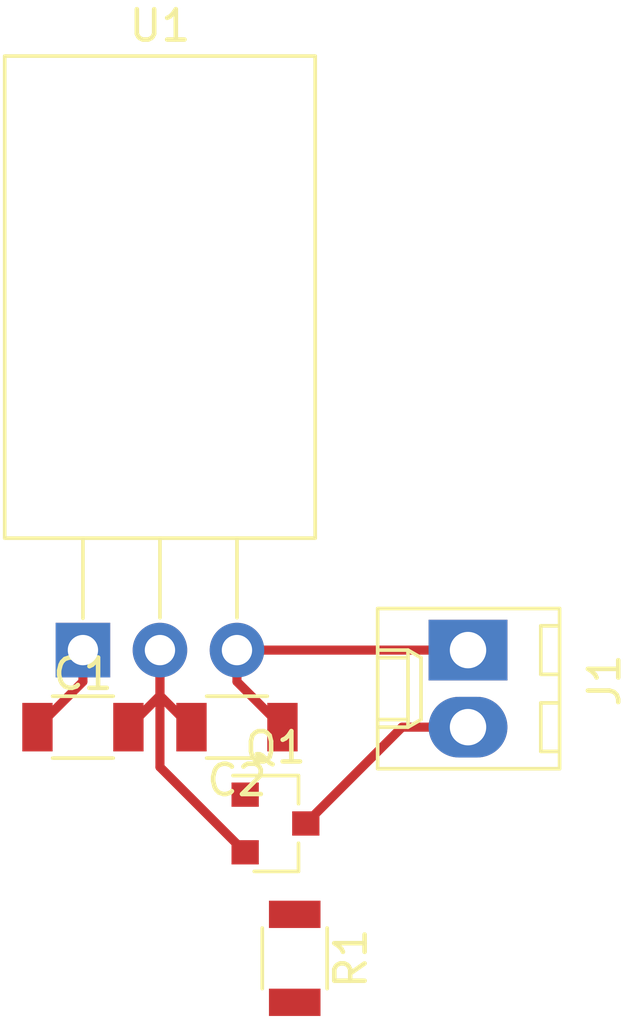
<source format=kicad_pcb>
(kicad_pcb (version 4) (host pcbnew 4.0.7)

  (general
    (links 8)
    (no_connects 1)
    (area 131.584999 65.975 152.995 100.265001)
    (thickness 1.6)
    (drawings 0)
    (tracks 12)
    (zones 0)
    (modules 6)
    (nets 7)
  )

  (page A4)
  (layers
    (0 F.Cu signal)
    (31 B.Cu signal)
    (32 B.Adhes user)
    (33 F.Adhes user)
    (34 B.Paste user)
    (35 F.Paste user)
    (36 B.SilkS user)
    (37 F.SilkS user)
    (38 B.Mask user)
    (39 F.Mask user)
    (40 Dwgs.User user)
    (41 Cmts.User user)
    (42 Eco1.User user)
    (43 Eco2.User user)
    (44 Edge.Cuts user)
    (45 Margin user)
    (46 B.CrtYd user)
    (47 F.CrtYd user)
    (48 B.Fab user)
    (49 F.Fab user)
  )

  (setup
    (last_trace_width 0.3)
    (user_trace_width 1)
    (user_trace_width 3)
    (trace_clearance 0.3)
    (zone_clearance 0.508)
    (zone_45_only no)
    (trace_min 0.3)
    (segment_width 0.2)
    (edge_width 0.15)
    (via_size 1.6)
    (via_drill 0.8)
    (via_min_size 1.6)
    (via_min_drill 0.8)
    (uvia_size 0.3)
    (uvia_drill 0.1)
    (uvias_allowed no)
    (uvia_min_size 0.2)
    (uvia_min_drill 0.1)
    (pcb_text_width 0.3)
    (pcb_text_size 1.5 1.5)
    (mod_edge_width 0.15)
    (mod_text_size 1 1)
    (mod_text_width 0.15)
    (pad_size 1.524 1.524)
    (pad_drill 0.762)
    (pad_to_mask_clearance 0.2)
    (aux_axis_origin 0 0)
    (visible_elements FFFFFF7F)
    (pcbplotparams
      (layerselection 0x00030_80000001)
      (usegerberextensions false)
      (excludeedgelayer true)
      (linewidth 0.100000)
      (plotframeref false)
      (viasonmask false)
      (mode 1)
      (useauxorigin false)
      (hpglpennumber 1)
      (hpglpenspeed 20)
      (hpglpendiameter 15)
      (hpglpenoverlay 2)
      (psnegative false)
      (psa4output false)
      (plotreference true)
      (plotvalue true)
      (plotinvisibletext false)
      (padsonsilk false)
      (subtractmaskfromsilk false)
      (outputformat 1)
      (mirror false)
      (drillshape 1)
      (scaleselection 1)
      (outputdirectory ""))
  )

  (net 0 "")
  (net 1 +24V)
  (net 2 GND)
  (net 3 Fan+)
  (net 4 Fan-)
  (net 5 "Net-(Q1-Pad1)")
  (net 6 Controller)

  (net_class Default "This is the default net class."
    (clearance 0.3)
    (trace_width 0.3)
    (via_dia 1.6)
    (via_drill 0.8)
    (uvia_dia 0.3)
    (uvia_drill 0.1)
    (add_net +24V)
    (add_net Controller)
    (add_net GND)
    (add_net "Net-(Q1-Pad1)")
  )

  (net_class Fan ""
    (clearance 0.3)
    (trace_width 0.3)
    (via_dia 1.6)
    (via_drill 0.8)
    (uvia_dia 0.3)
    (uvia_drill 0.1)
    (add_net Fan+)
    (add_net Fan-)
  )

  (module Capacitors_SMD:C_1206 (layer F.Cu) (tedit 58AA84B8) (tstamp 5ACE0AB9)
    (at 134.62 90.17)
    (descr "Capacitor SMD 1206, reflow soldering, AVX (see smccp.pdf)")
    (tags "capacitor 1206")
    (path /5ACDEC5B)
    (attr smd)
    (fp_text reference C1 (at 0 -1.75) (layer F.SilkS)
      (effects (font (size 1 1) (thickness 0.15)))
    )
    (fp_text value 330n (at 0 2) (layer F.Fab)
      (effects (font (size 1 1) (thickness 0.15)))
    )
    (fp_text user %R (at 0 -1.75) (layer F.Fab)
      (effects (font (size 1 1) (thickness 0.15)))
    )
    (fp_line (start -1.6 0.8) (end -1.6 -0.8) (layer F.Fab) (width 0.1))
    (fp_line (start 1.6 0.8) (end -1.6 0.8) (layer F.Fab) (width 0.1))
    (fp_line (start 1.6 -0.8) (end 1.6 0.8) (layer F.Fab) (width 0.1))
    (fp_line (start -1.6 -0.8) (end 1.6 -0.8) (layer F.Fab) (width 0.1))
    (fp_line (start 1 -1.02) (end -1 -1.02) (layer F.SilkS) (width 0.12))
    (fp_line (start -1 1.02) (end 1 1.02) (layer F.SilkS) (width 0.12))
    (fp_line (start -2.25 -1.05) (end 2.25 -1.05) (layer F.CrtYd) (width 0.05))
    (fp_line (start -2.25 -1.05) (end -2.25 1.05) (layer F.CrtYd) (width 0.05))
    (fp_line (start 2.25 1.05) (end 2.25 -1.05) (layer F.CrtYd) (width 0.05))
    (fp_line (start 2.25 1.05) (end -2.25 1.05) (layer F.CrtYd) (width 0.05))
    (pad 1 smd rect (at -1.5 0) (size 1 1.6) (layers F.Cu F.Paste F.Mask)
      (net 1 +24V))
    (pad 2 smd rect (at 1.5 0) (size 1 1.6) (layers F.Cu F.Paste F.Mask)
      (net 2 GND))
    (model Capacitors_SMD.3dshapes/C_1206.wrl
      (at (xyz 0 0 0))
      (scale (xyz 1 1 1))
      (rotate (xyz 0 0 0))
    )
  )

  (module Capacitors_SMD:C_1206 (layer F.Cu) (tedit 58AA84B8) (tstamp 5ACE0ABF)
    (at 139.7 90.17 180)
    (descr "Capacitor SMD 1206, reflow soldering, AVX (see smccp.pdf)")
    (tags "capacitor 1206")
    (path /5ACDEE4A)
    (attr smd)
    (fp_text reference C2 (at 0 -1.75 180) (layer F.SilkS)
      (effects (font (size 1 1) (thickness 0.15)))
    )
    (fp_text value 100n (at 0 2 180) (layer F.Fab)
      (effects (font (size 1 1) (thickness 0.15)))
    )
    (fp_text user %R (at 0 -1.75 180) (layer F.Fab)
      (effects (font (size 1 1) (thickness 0.15)))
    )
    (fp_line (start -1.6 0.8) (end -1.6 -0.8) (layer F.Fab) (width 0.1))
    (fp_line (start 1.6 0.8) (end -1.6 0.8) (layer F.Fab) (width 0.1))
    (fp_line (start 1.6 -0.8) (end 1.6 0.8) (layer F.Fab) (width 0.1))
    (fp_line (start -1.6 -0.8) (end 1.6 -0.8) (layer F.Fab) (width 0.1))
    (fp_line (start 1 -1.02) (end -1 -1.02) (layer F.SilkS) (width 0.12))
    (fp_line (start -1 1.02) (end 1 1.02) (layer F.SilkS) (width 0.12))
    (fp_line (start -2.25 -1.05) (end 2.25 -1.05) (layer F.CrtYd) (width 0.05))
    (fp_line (start -2.25 -1.05) (end -2.25 1.05) (layer F.CrtYd) (width 0.05))
    (fp_line (start 2.25 1.05) (end 2.25 -1.05) (layer F.CrtYd) (width 0.05))
    (fp_line (start 2.25 1.05) (end -2.25 1.05) (layer F.CrtYd) (width 0.05))
    (pad 1 smd rect (at -1.5 0 180) (size 1 1.6) (layers F.Cu F.Paste F.Mask)
      (net 3 Fan+))
    (pad 2 smd rect (at 1.5 0 180) (size 1 1.6) (layers F.Cu F.Paste F.Mask)
      (net 2 GND))
    (model Capacitors_SMD.3dshapes/C_1206.wrl
      (at (xyz 0 0 0))
      (scale (xyz 1 1 1))
      (rotate (xyz 0 0 0))
    )
  )

  (module Connectors_Molex:Molex_KK-6410-02_02x2.54mm_Straight (layer F.Cu) (tedit 58EE6EE4) (tstamp 5ACE0AC5)
    (at 147.32 87.63 270)
    (descr "Connector Headers with Friction Lock, 22-27-2021, http://www.molex.com/pdm_docs/sd/022272021_sd.pdf")
    (tags "connector molex kk_6410 22-27-2021")
    (path /5ACDFDEB)
    (fp_text reference J1 (at 1 -4.5 270) (layer F.SilkS)
      (effects (font (size 1 1) (thickness 0.15)))
    )
    (fp_text value "SUNON FAN" (at 1.27 4.5 270) (layer F.Fab)
      (effects (font (size 1 1) (thickness 0.15)))
    )
    (fp_line (start -1.47 -3.12) (end -1.47 3.08) (layer F.Fab) (width 0.12))
    (fp_line (start -1.47 3.08) (end 4.01 3.08) (layer F.Fab) (width 0.12))
    (fp_line (start 4.01 3.08) (end 4.01 -3.12) (layer F.Fab) (width 0.12))
    (fp_line (start 4.01 -3.12) (end -1.47 -3.12) (layer F.Fab) (width 0.12))
    (fp_line (start -1.37 -3.02) (end -1.37 2.98) (layer F.SilkS) (width 0.12))
    (fp_line (start -1.37 2.98) (end 3.91 2.98) (layer F.SilkS) (width 0.12))
    (fp_line (start 3.91 2.98) (end 3.91 -3.02) (layer F.SilkS) (width 0.12))
    (fp_line (start 3.91 -3.02) (end -1.37 -3.02) (layer F.SilkS) (width 0.12))
    (fp_line (start 0 2.98) (end 0 1.98) (layer F.SilkS) (width 0.12))
    (fp_line (start 0 1.98) (end 2.54 1.98) (layer F.SilkS) (width 0.12))
    (fp_line (start 2.54 1.98) (end 2.54 2.98) (layer F.SilkS) (width 0.12))
    (fp_line (start 0 1.98) (end 0.25 1.55) (layer F.SilkS) (width 0.12))
    (fp_line (start 0.25 1.55) (end 2.29 1.55) (layer F.SilkS) (width 0.12))
    (fp_line (start 2.29 1.55) (end 2.54 1.98) (layer F.SilkS) (width 0.12))
    (fp_line (start 0.25 2.98) (end 0.25 1.98) (layer F.SilkS) (width 0.12))
    (fp_line (start 2.29 2.98) (end 2.29 1.98) (layer F.SilkS) (width 0.12))
    (fp_line (start -0.8 -3.02) (end -0.8 -2.4) (layer F.SilkS) (width 0.12))
    (fp_line (start -0.8 -2.4) (end 0.8 -2.4) (layer F.SilkS) (width 0.12))
    (fp_line (start 0.8 -2.4) (end 0.8 -3.02) (layer F.SilkS) (width 0.12))
    (fp_line (start 1.74 -3.02) (end 1.74 -2.4) (layer F.SilkS) (width 0.12))
    (fp_line (start 1.74 -2.4) (end 3.34 -2.4) (layer F.SilkS) (width 0.12))
    (fp_line (start 3.34 -2.4) (end 3.34 -3.02) (layer F.SilkS) (width 0.12))
    (fp_line (start -1.9 3.5) (end -1.9 -3.55) (layer F.CrtYd) (width 0.05))
    (fp_line (start -1.9 -3.55) (end 4.45 -3.55) (layer F.CrtYd) (width 0.05))
    (fp_line (start 4.45 -3.55) (end 4.45 3.5) (layer F.CrtYd) (width 0.05))
    (fp_line (start 4.45 3.5) (end -1.9 3.5) (layer F.CrtYd) (width 0.05))
    (fp_text user %R (at 1.27 0 270) (layer F.Fab)
      (effects (font (size 1 1) (thickness 0.15)))
    )
    (pad 1 thru_hole rect (at 0 0 270) (size 2 2.6) (drill 1.2) (layers *.Cu *.Mask)
      (net 3 Fan+))
    (pad 2 thru_hole oval (at 2.54 0 270) (size 2 2.6) (drill 1.2) (layers *.Cu *.Mask)
      (net 4 Fan-))
    (model ${KISYS3DMOD}/Connectors_Molex.3dshapes/Molex_KK-6410-02_02x2.54mm_Straight.wrl
      (at (xyz 0 0 0))
      (scale (xyz 1 1 1))
      (rotate (xyz 0 0 0))
    )
  )

  (module TO_SOT_Packages_SMD:SOT-23 (layer F.Cu) (tedit 58CE4E7E) (tstamp 5ACE0ACC)
    (at 140.97 93.345)
    (descr "SOT-23, Standard")
    (tags SOT-23)
    (path /5ACE03AB)
    (attr smd)
    (fp_text reference Q1 (at 0 -2.5) (layer F.SilkS)
      (effects (font (size 1 1) (thickness 0.15)))
    )
    (fp_text value CPH3448 (at 0 2.5) (layer F.Fab)
      (effects (font (size 1 1) (thickness 0.15)))
    )
    (fp_text user %R (at 0 0 90) (layer F.Fab)
      (effects (font (size 0.5 0.5) (thickness 0.075)))
    )
    (fp_line (start -0.7 -0.95) (end -0.7 1.5) (layer F.Fab) (width 0.1))
    (fp_line (start -0.15 -1.52) (end 0.7 -1.52) (layer F.Fab) (width 0.1))
    (fp_line (start -0.7 -0.95) (end -0.15 -1.52) (layer F.Fab) (width 0.1))
    (fp_line (start 0.7 -1.52) (end 0.7 1.52) (layer F.Fab) (width 0.1))
    (fp_line (start -0.7 1.52) (end 0.7 1.52) (layer F.Fab) (width 0.1))
    (fp_line (start 0.76 1.58) (end 0.76 0.65) (layer F.SilkS) (width 0.12))
    (fp_line (start 0.76 -1.58) (end 0.76 -0.65) (layer F.SilkS) (width 0.12))
    (fp_line (start -1.7 -1.75) (end 1.7 -1.75) (layer F.CrtYd) (width 0.05))
    (fp_line (start 1.7 -1.75) (end 1.7 1.75) (layer F.CrtYd) (width 0.05))
    (fp_line (start 1.7 1.75) (end -1.7 1.75) (layer F.CrtYd) (width 0.05))
    (fp_line (start -1.7 1.75) (end -1.7 -1.75) (layer F.CrtYd) (width 0.05))
    (fp_line (start 0.76 -1.58) (end -1.4 -1.58) (layer F.SilkS) (width 0.12))
    (fp_line (start 0.76 1.58) (end -0.7 1.58) (layer F.SilkS) (width 0.12))
    (pad 1 smd rect (at -1 -0.95) (size 0.9 0.8) (layers F.Cu F.Paste F.Mask)
      (net 5 "Net-(Q1-Pad1)"))
    (pad 2 smd rect (at -1 0.95) (size 0.9 0.8) (layers F.Cu F.Paste F.Mask)
      (net 2 GND))
    (pad 3 smd rect (at 1 0) (size 0.9 0.8) (layers F.Cu F.Paste F.Mask)
      (net 4 Fan-))
    (model ${KISYS3DMOD}/TO_SOT_Packages_SMD.3dshapes/SOT-23.wrl
      (at (xyz 0 0 0))
      (scale (xyz 1 1 1))
      (rotate (xyz 0 0 0))
    )
  )

  (module Resistors_SMD:R_1206 (layer F.Cu) (tedit 58E0A804) (tstamp 5ACE0AD2)
    (at 141.605 97.79 270)
    (descr "Resistor SMD 1206, reflow soldering, Vishay (see dcrcw.pdf)")
    (tags "resistor 1206")
    (path /5ACDF22B)
    (attr smd)
    (fp_text reference R1 (at 0 -1.85 270) (layer F.SilkS)
      (effects (font (size 1 1) (thickness 0.15)))
    )
    (fp_text value 180 (at 0 1.95 270) (layer F.Fab)
      (effects (font (size 1 1) (thickness 0.15)))
    )
    (fp_text user %R (at 0 0 270) (layer F.Fab)
      (effects (font (size 0.7 0.7) (thickness 0.105)))
    )
    (fp_line (start -1.6 0.8) (end -1.6 -0.8) (layer F.Fab) (width 0.1))
    (fp_line (start 1.6 0.8) (end -1.6 0.8) (layer F.Fab) (width 0.1))
    (fp_line (start 1.6 -0.8) (end 1.6 0.8) (layer F.Fab) (width 0.1))
    (fp_line (start -1.6 -0.8) (end 1.6 -0.8) (layer F.Fab) (width 0.1))
    (fp_line (start 1 1.07) (end -1 1.07) (layer F.SilkS) (width 0.12))
    (fp_line (start -1 -1.07) (end 1 -1.07) (layer F.SilkS) (width 0.12))
    (fp_line (start -2.15 -1.11) (end 2.15 -1.11) (layer F.CrtYd) (width 0.05))
    (fp_line (start -2.15 -1.11) (end -2.15 1.1) (layer F.CrtYd) (width 0.05))
    (fp_line (start 2.15 1.1) (end 2.15 -1.11) (layer F.CrtYd) (width 0.05))
    (fp_line (start 2.15 1.1) (end -2.15 1.1) (layer F.CrtYd) (width 0.05))
    (pad 1 smd rect (at -1.45 0 270) (size 0.9 1.7) (layers F.Cu F.Paste F.Mask)
      (net 5 "Net-(Q1-Pad1)"))
    (pad 2 smd rect (at 1.45 0 270) (size 0.9 1.7) (layers F.Cu F.Paste F.Mask)
      (net 6 Controller))
    (model ${KISYS3DMOD}/Resistors_SMD.3dshapes/R_1206.wrl
      (at (xyz 0 0 0))
      (scale (xyz 1 1 1))
      (rotate (xyz 0 0 0))
    )
  )

  (module TO_SOT_Packages_THT:TO-220-3_Horizontal (layer F.Cu) (tedit 58CE52AD) (tstamp 5ACE0ADA)
    (at 134.62 87.63)
    (descr "TO-220-3, Horizontal, RM 2.54mm")
    (tags "TO-220-3 Horizontal RM 2.54mm")
    (path /5ACDED0F)
    (fp_text reference U1 (at 2.54 -20.58) (layer F.SilkS)
      (effects (font (size 1 1) (thickness 0.15)))
    )
    (fp_text value TS7812 (at 2.54 1.9) (layer F.Fab)
      (effects (font (size 1 1) (thickness 0.15)))
    )
    (fp_text user %R (at 2.54 -20.58) (layer F.Fab)
      (effects (font (size 1 1) (thickness 0.15)))
    )
    (fp_line (start -2.46 -13.06) (end -2.46 -19.46) (layer F.Fab) (width 0.1))
    (fp_line (start -2.46 -19.46) (end 7.54 -19.46) (layer F.Fab) (width 0.1))
    (fp_line (start 7.54 -19.46) (end 7.54 -13.06) (layer F.Fab) (width 0.1))
    (fp_line (start 7.54 -13.06) (end -2.46 -13.06) (layer F.Fab) (width 0.1))
    (fp_line (start -2.46 -3.81) (end -2.46 -13.06) (layer F.Fab) (width 0.1))
    (fp_line (start -2.46 -13.06) (end 7.54 -13.06) (layer F.Fab) (width 0.1))
    (fp_line (start 7.54 -13.06) (end 7.54 -3.81) (layer F.Fab) (width 0.1))
    (fp_line (start 7.54 -3.81) (end -2.46 -3.81) (layer F.Fab) (width 0.1))
    (fp_line (start 0 -3.81) (end 0 0) (layer F.Fab) (width 0.1))
    (fp_line (start 2.54 -3.81) (end 2.54 0) (layer F.Fab) (width 0.1))
    (fp_line (start 5.08 -3.81) (end 5.08 0) (layer F.Fab) (width 0.1))
    (fp_line (start -2.58 -3.69) (end 7.66 -3.69) (layer F.SilkS) (width 0.12))
    (fp_line (start -2.58 -19.58) (end 7.66 -19.58) (layer F.SilkS) (width 0.12))
    (fp_line (start -2.58 -19.58) (end -2.58 -3.69) (layer F.SilkS) (width 0.12))
    (fp_line (start 7.66 -19.58) (end 7.66 -3.69) (layer F.SilkS) (width 0.12))
    (fp_line (start 0 -3.69) (end 0 -1.05) (layer F.SilkS) (width 0.12))
    (fp_line (start 2.54 -3.69) (end 2.54 -1.066) (layer F.SilkS) (width 0.12))
    (fp_line (start 5.08 -3.69) (end 5.08 -1.066) (layer F.SilkS) (width 0.12))
    (fp_line (start -2.71 -19.71) (end -2.71 1.15) (layer F.CrtYd) (width 0.05))
    (fp_line (start -2.71 1.15) (end 7.79 1.15) (layer F.CrtYd) (width 0.05))
    (fp_line (start 7.79 1.15) (end 7.79 -19.71) (layer F.CrtYd) (width 0.05))
    (fp_line (start 7.79 -19.71) (end -2.71 -19.71) (layer F.CrtYd) (width 0.05))
    (fp_circle (center 2.54 -16.66) (end 4.39 -16.66) (layer F.Fab) (width 0.1))
    (pad 0 np_thru_hole oval (at 2.54 -16.66) (size 3.5 3.5) (drill 3.5) (layers *.Cu *.Mask))
    (pad 1 thru_hole rect (at 0 0) (size 1.8 1.8) (drill 1) (layers *.Cu *.Mask)
      (net 1 +24V))
    (pad 2 thru_hole oval (at 2.54 0) (size 1.8 1.8) (drill 1) (layers *.Cu *.Mask)
      (net 2 GND))
    (pad 3 thru_hole oval (at 5.08 0) (size 1.8 1.8) (drill 1) (layers *.Cu *.Mask)
      (net 3 Fan+))
    (model ${KISYS3DMOD}/TO_SOT_Packages_THT.3dshapes/TO-220-3_Horizontal.wrl
      (at (xyz 0.1 0 0))
      (scale (xyz 0.393701 0.393701 0.393701))
      (rotate (xyz 0 0 0))
    )
  )

  (segment (start 134.62 87.63) (end 134.62 88.67) (width 0.3) (layer F.Cu) (net 1))
  (segment (start 134.62 88.67) (end 133.12 90.17) (width 0.3) (layer F.Cu) (net 1) (tstamp 5ACE0E69))
  (segment (start 137.16 87.63) (end 137.16 91.485) (width 0.3) (layer F.Cu) (net 2) (status 400000))
  (segment (start 137.16 91.485) (end 139.97 94.295) (width 0.3) (layer F.Cu) (net 2) (tstamp 5ACE1034) (status 800000))
  (segment (start 137.16 87.63) (end 137.16 89.13) (width 0.3) (layer F.Cu) (net 2) (status 400000))
  (segment (start 137.16 89.13) (end 136.12 90.17) (width 0.3) (layer F.Cu) (net 2) (tstamp 5ACE102F) (status 800000))
  (segment (start 137.16 89.13) (end 138.2 90.17) (width 0.3) (layer F.Cu) (net 2) (tstamp 5ACE102C) (status 800000))
  (segment (start 139.7 87.63) (end 147.32 87.63) (width 0.3) (layer F.Cu) (net 3) (status C00000))
  (segment (start 139.7 87.63) (end 139.7 88.67) (width 0.3) (layer F.Cu) (net 3) (status 400000))
  (segment (start 139.7 88.67) (end 141.2 90.17) (width 0.3) (layer F.Cu) (net 3) (tstamp 5ACE103A) (status 800000))
  (segment (start 147.32 90.17) (end 145.145 90.17) (width 0.3) (layer F.Cu) (net 4) (status 400000))
  (segment (start 145.145 90.17) (end 141.97 93.345) (width 0.3) (layer F.Cu) (net 4) (tstamp 5ACE1043) (status 800000))

)

</source>
